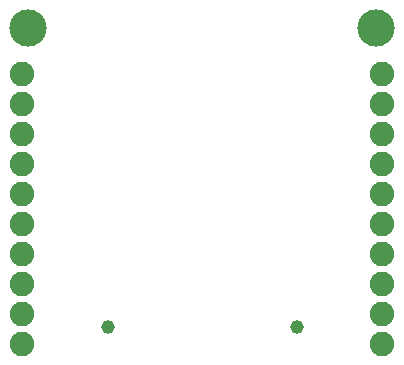
<source format=gbr>
G04 EAGLE Gerber RS-274X export*
G75*
%MOMM*%
%FSLAX34Y34*%
%LPD*%
%INSoldermask Top*%
%IPPOS*%
%AMOC8*
5,1,8,0,0,1.08239X$1,22.5*%
G01*
%ADD10C,3.152400*%
%ADD11C,1.152400*%
%ADD12C,2.082800*%


D10*
X337300Y286500D03*
X42700Y286500D03*
D11*
X110500Y32600D03*
X270500Y32600D03*
D12*
X342420Y247150D03*
X342420Y221750D03*
X342420Y196350D03*
X342420Y170950D03*
X342420Y145550D03*
X342420Y120150D03*
X342420Y94750D03*
X342420Y69350D03*
X342420Y43950D03*
X342420Y18550D03*
X37620Y18550D03*
X37620Y43950D03*
X37620Y69350D03*
X37620Y94750D03*
X37620Y120150D03*
X37620Y145550D03*
X37620Y170950D03*
X37620Y196350D03*
X37620Y221750D03*
X37620Y247150D03*
M02*

</source>
